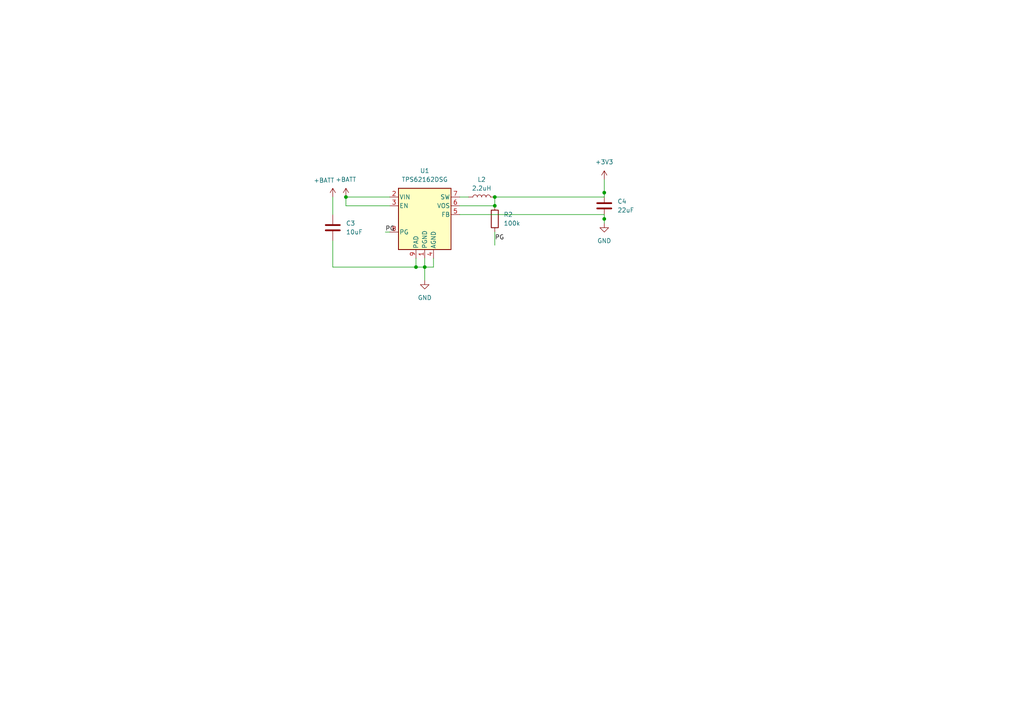
<source format=kicad_sch>
(kicad_sch (version 20250114) (generator "eeschema") (generator_version "9.0")
  (paper "A4")
  (lib_symbols
    (symbol "Device:C" (pin_numbers (hide yes)) (pin_names (offset 0.254))
      (property "Reference" "C" (at 0.635 2.54 0))
      (property "Value" "C" (at 0.635 -2.54 0))
      (symbol "C_0_1"
        (polyline (pts (xy -2.032 0.762) (xy 2.032 0.762)) (stroke (width 0.508)))
        (polyline (pts (xy -2.032 -0.762) (xy 2.032 -0.762)) (stroke (width 0.508)))
      )
      (symbol "C_1_1"
        (pin passive line (at 0 3.81 270) (length 2.794) (name "~") (number "1"))
        (pin passive line (at 0 -3.81 90) (length 2.794) (name "~") (number "2"))
      )
    )
    (symbol "Device:L" (pin_numbers (hide yes)) (pin_names (offset 1.016) (hide yes))
      (property "Reference" "L" (at -1.27 0 90))
      (property "Value" "L" (at 1.905 0 90))
      (symbol "L_0_1"
        (arc (start 0 2.54) (mid 0.6323 1.905) (end 0 1.27))
        (arc (start 0 1.27) (mid 0.6323 0.635) (end 0 0))
        (arc (start 0 0) (mid 0.6323 -0.635) (end 0 -1.27))
        (arc (start 0 -1.27) (mid 0.6323 -1.905) (end 0 -2.54))
      )
      (symbol "L_1_1"
        (pin passive line (at 0 3.81 270) (length 1.27) (name "1") (number "1"))
        (pin passive line (at 0 -3.81 90) (length 1.27) (name "2") (number "2"))
      )
    )
    (symbol "Device:R" (pin_numbers (hide yes)) (pin_names (offset 0))
      (property "Reference" "R" (at 2.032 0 90))
      (property "Value" "R" (at 0 0 90))
      (symbol "R_0_1"
        (rectangle (start -1.016 -2.54) (end 1.016 2.54) (stroke (width 0.254)))
      )
      (symbol "R_1_1"
        (pin passive line (at 0 3.81 270) (length 1.27) (name "~") (number "1"))
        (pin passive line (at 0 -3.81 90) (length 1.27) (name "~") (number "2"))
      )
    )
    (symbol "Regulator_Switching:TPS62162DSG" (pin_names (offset 0.254))
      (property "Reference" "U" (at -7.62 11.43 0))
      (property "Value" "TPS62162DSG" (at -1.27 11.43 0))
      (symbol "TPS62162DSG_0_1"
        (rectangle (start -7.62 10.16) (end 7.62 -7.62) (stroke (width 0.254)) (fill (type background)))
      )
      (symbol "TPS62162DSG_1_1"
        (pin power_in line (at -10.16 7.62 0) (length 2.54) (name "VIN") (number "2"))
        (pin input line (at -10.16 5.08 0) (length 2.54) (name "EN") (number "3"))
        (pin open_collector line (at -10.16 -2.54 0) (length 2.54) (name "PG") (number "8"))
        (pin power_in line (at -2.54 -10.16 90) (length 2.54) (name "PAD") (number "9"))
        (pin power_in line (at 0 -10.16 90) (length 2.54) (name "PGND") (number "1"))
        (pin power_in line (at 2.54 -10.16 90) (length 2.54) (name "AGND") (number "4"))
        (pin output line (at 10.16 7.62 180) (length 2.54) (name "SW") (number "7"))
        (pin input line (at 10.16 5.08 180) (length 2.54) (name "VOS") (number "6"))
        (pin input line (at 10.16 2.54 180) (length 2.54) (name "FB") (number "5"))
      )
    )
    (symbol "power:+3V3" (power) (pin_numbers (hide yes)) (pin_names (offset 0) (hide yes))
      (property "Value" "+3V3" (at 0 3.556 0))
      (symbol "+3V3_0_1"
        (polyline (pts (xy -0.762 1.27) (xy 0 2.54)))
        (polyline (pts (xy 0 2.54) (xy 0.762 1.27)))
        (polyline (pts (xy 0 0) (xy 0 2.54)))
      )
      (symbol "+3V3_1_1"
        (pin power_in line (at 0 0 90) (length 0) (name "~") (number "1"))
      )
    )
    (symbol "power:+BATT" (power) (pin_numbers (hide yes)) (pin_names (offset 0) (hide yes))
      (property "Value" "+BATT" (at 0 3.556 0))
      (symbol "+BATT_0_1"
        (polyline (pts (xy -0.762 1.27) (xy 0 2.54)))
        (polyline (pts (xy 0 2.54) (xy 0.762 1.27)))
        (polyline (pts (xy 0 0) (xy 0 2.54)))
      )
      (symbol "+BATT_1_1"
        (pin power_in line (at 0 0 90) (length 0) (name "~") (number "1"))
      )
    )
    (symbol "power:GND" (power) (pin_numbers (hide yes)) (pin_names (offset 0) (hide yes))
      (property "Value" "GND" (at 0 -3.81 0))
      (symbol "GND_0_1"
        (polyline (pts (xy 0 0) (xy 0 -1.27) (xy 1.27 -1.27) (xy 0 -2.54) (xy -1.27 -1.27) (xy 0 -1.27)))
      )
      (symbol "GND_1_1"
        (pin power_in line (at 0 0 270) (length 0) (name "~") (number "1"))
      )
    )
  )
  (junction (at 100.33 57.15))
  (junction (at 123.19 77.47))
  (junction (at 120.65 77.47))
  (junction (at 175.26 63.5))
  (junction (at 143.51 59.69))
  (junction (at 143.51 57.15))
  (junction (at 175.26 55.88))
  (wire (pts (xy 175.26 55.88) (xy 175.26 57.15)))
  (wire (pts (xy 175.26 62.23) (xy 175.26 63.5)))
  (wire (pts (xy 100.33 59.69) (xy 113.03 59.69)))
  (wire (pts (xy 143.51 71.12) (xy 143.51 67.31)))
  (wire (pts (xy 123.19 74.93) (xy 123.19 77.47)))
  (wire (pts (xy 133.35 59.69) (xy 143.51 59.69)))
  (wire (pts (xy 133.35 57.15) (xy 135.89 57.15)))
  (wire (pts (xy 96.52 57.15) (xy 96.52 62.23)))
  (wire (pts (xy 125.73 77.47) (xy 125.73 74.93)))
  (wire (pts (xy 120.65 77.47) (xy 123.19 77.47)))
  (wire (pts (xy 120.65 74.93) (xy 120.65 77.47)))
  (wire (pts (xy 175.26 63.5) (xy 175.26 64.77)))
  (wire (pts (xy 96.52 77.47) (xy 120.65 77.47)))
  (wire (pts (xy 123.19 77.47) (xy 125.73 77.47)))
  (wire (pts (xy 175.26 52.07) (xy 175.26 55.88)))
  (wire (pts (xy 100.33 57.15) (xy 100.33 59.69)))
  (wire (pts (xy 143.51 57.15) (xy 175.26 57.15)))
  (wire (pts (xy 111.76 67.31) (xy 113.03 67.31)))
  (wire (pts (xy 143.51 57.15) (xy 143.51 59.69)))
  (wire (pts (xy 100.33 57.15) (xy 113.03 57.15)))
  (wire (pts (xy 96.52 69.85) (xy 96.52 77.47)))
  (wire (pts (xy 133.35 62.23) (xy 175.26 62.23)))
  (wire (pts (xy 123.19 77.47) (xy 123.19 81.28)))
  (label "PG" (at 143.51 69.85 0))
  (label "PG" (at 111.76 67.31 0))
  (symbol (lib_id "Device:R") (at 143.51 63.5 0) (unit 1)
    (property "Reference" "R2" (at 146.05 62.2299 0) (effects (justify left)))
    (property "Value" "100k" (at 146.05 64.7699 0) (effects (justify left)))
    (property "Footprint" "Resistor_SMD:R_0402_1005Metric" (effects (hide yes)))
    (property "Description" "Resistor" (effects (hide yes)))
  )
  (symbol (lib_id "power:+BATT") (at 96.52 57.15 0) (unit 1)
    (property "Reference" "#PWR02" (effects (hide yes)))
    (property "Value" "+BATT" (at 93.98 52.324 0))
    (property "Description" "Power symbol creates a global label with name \"+BATT\"" (effects (hide yes)))
  )
  (symbol (lib_id "Regulator_Switching:TPS62162DSG") (at 123.19 64.77 0) (unit 1)
    (property "Reference" "U1" (at 123.19 49.53 0))
    (property "Value" "TPS62162DSG" (at 123.19 52.07 0))
    (property "Footprint" "Package_SON:WSON-8-1EP_2x2mm_P0.5mm_EP0.9x1.6mm_ThermalVias" (effects (hide yes)))
    (property "Datasheet" "http://www.ti.com/lit/ds/symlink/tps62160.pdf" (effects (hide yes)))
    (property "Description" "1A Step-Down Converter with DCS-Control, fixed 3.3V output, 3-17V input voltage, WSON-8" (effects (hide yes)))
  )
  (symbol (lib_id "Device:L") (at 139.7 57.15 90) (unit 1)
    (property "Reference" "L2" (at 139.7 52.07 90))
    (property "Value" "2.2uH" (at 139.7 54.61 90))
    (property "Description" "Inductor" (effects (hide yes)))
  )
  (symbol (lib_id "Device:C") (at 96.52 66.04 0) (unit 1)
    (property "Reference" "C3" (at 100.33 64.7699 0) (effects (justify left)))
    (property "Value" "10uF" (at 100.33 67.3099 0) (effects (justify left)))
    (property "Footprint" "Capacitor_SMD:C_0603_1608Metric" (effects (hide yes)))
    (property "Description" "Unpolarized capacitor" (effects (hide yes)))
  )
  (symbol (lib_id "power:GND") (at 175.26 64.77 0) (unit 1)
    (property "Reference" "#PWR05" (effects (hide yes)))
    (property "Value" "GND" (at 175.26 69.85 0))
    (property "Description" "Power symbol creates a global label with name \"GND\" , ground" (effects (hide yes)))
  )
  (symbol (lib_id "power:+BATT") (at 100.33 57.15 0) (unit 1)
    (property "Reference" "#PWR04" (effects (hide yes)))
    (property "Value" "+BATT" (at 100.33 52.07 0))
    (property "Description" "Power symbol creates a global label with name \"+BATT\"" (effects (hide yes)))
  )
  (symbol (lib_id "Device:C") (at 175.26 59.69 0) (unit 1)
    (property "Reference" "C4" (at 179.07 58.4199 0) (effects (justify left)))
    (property "Value" "22uF" (at 179.07 60.9599 0) (effects (justify left)))
    (property "Footprint" "Capacitor_SMD:C_0603_1608Metric" (effects (hide yes)))
    (property "Description" "Unpolarized capacitor" (effects (hide yes)))
  )
  (symbol (lib_id "power:+3V3") (at 175.26 52.07 0) (unit 1)
    (property "Reference" "#PWR036" (effects (hide yes)))
    (property "Value" "+3V3" (at 175.26 46.99 0))
    (property "Description" "Power symbol creates a global label with name \"+3V3\"" (effects (hide yes)))
  )
  (symbol (lib_id "power:GND") (at 123.19 81.28 0) (unit 1)
    (property "Reference" "#PWR03" (effects (hide yes)))
    (property "Value" "GND" (at 123.19 86.36 0))
    (property "Description" "Power symbol creates a global label with name \"GND\" , ground" (effects (hide yes)))
  )
)
</source>
